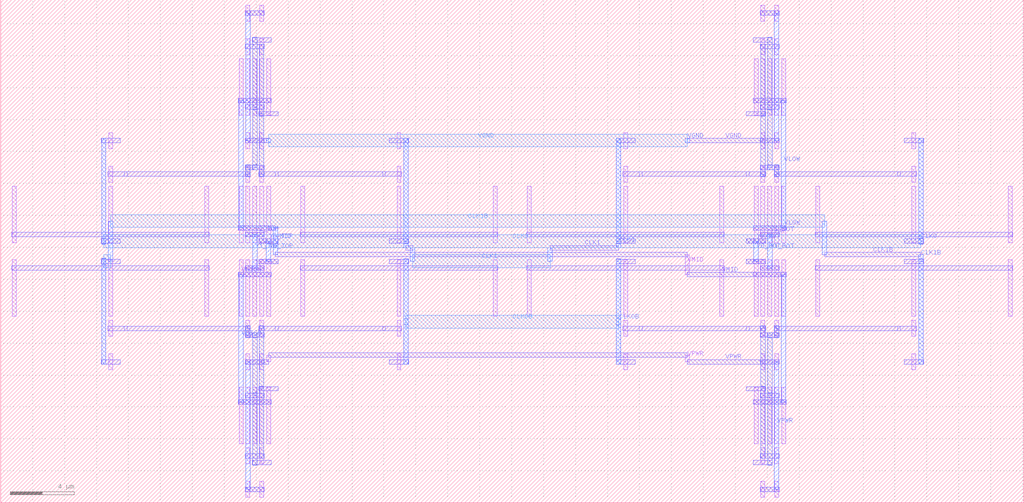
<source format=lef>
MACRO DCDC_CONV2TO1_1
  ORIGIN 0 0 ;
  FOREIGN DCDC_CONV2TO1_1 0 0 ;
  SIZE 64.07 BY 31.5 ;
  PIN CLK0
    DIRECTION INOUT ;
    USE SIGNAL ;
    PORT 
      LAYER M3 ;
        RECT 6.31 16.22 6.59 22.84 ;
      LAYER M3 ;
        RECT 57.48 16.22 57.76 22.84 ;
      LAYER M3 ;
        RECT 6.31 16.195 6.59 16.565 ;
      LAYER M4 ;
        RECT 6.45 15.98 57.62 16.78 ;
      LAYER M3 ;
        RECT 57.48 16.195 57.76 16.565 ;
    END
  END CLK0
  PIN CLK0B
    DIRECTION INOUT ;
    USE SIGNAL ;
    PORT 
      LAYER M3 ;
        RECT 25.23 8.66 25.51 15.28 ;
      LAYER M3 ;
        RECT 38.56 8.66 38.84 15.28 ;
      LAYER M3 ;
        RECT 25.23 11.155 25.51 11.525 ;
      LAYER M4 ;
        RECT 25.37 10.94 38.7 11.74 ;
      LAYER M3 ;
        RECT 38.56 11.155 38.84 11.525 ;
    END
  END CLK0B
  PIN CLK1
    DIRECTION INOUT ;
    USE SIGNAL ;
    PORT 
      LAYER M3 ;
        RECT 25.23 16.22 25.51 22.84 ;
      LAYER M3 ;
        RECT 38.56 16.22 38.84 22.84 ;
      LAYER M3 ;
        RECT 25.23 15.96 25.51 16.38 ;
      LAYER M2 ;
        RECT 25.37 15.82 25.8 16.1 ;
      LAYER M3 ;
        RECT 25.66 15.12 25.94 15.96 ;
      LAYER M4 ;
        RECT 25.8 14.72 34.4 15.52 ;
      LAYER M3 ;
        RECT 34.26 15.12 34.54 15.96 ;
      LAYER M2 ;
        RECT 34.4 15.82 38.7 16.1 ;
      LAYER M3 ;
        RECT 38.56 15.96 38.84 16.38 ;
    END
  END CLK1
  PIN CLK1B
    DIRECTION INOUT ;
    USE SIGNAL ;
    PORT 
      LAYER M3 ;
        RECT 6.31 8.66 6.59 15.28 ;
      LAYER M3 ;
        RECT 57.48 8.66 57.76 15.28 ;
      LAYER M3 ;
        RECT 6.31 14.935 6.59 15.305 ;
      LAYER M4 ;
        RECT 6.45 14.72 6.88 15.52 ;
      LAYER M3 ;
        RECT 6.74 15.12 7.02 17.64 ;
      LAYER M4 ;
        RECT 6.88 17.24 51.6 18.04 ;
      LAYER M3 ;
        RECT 51.46 15.54 51.74 17.64 ;
      LAYER M2 ;
        RECT 51.6 15.4 57.62 15.68 ;
      LAYER M3 ;
        RECT 57.48 15.12 57.76 15.54 ;
    END
  END CLK1B
  PIN VGND
    DIRECTION INOUT ;
    USE SIGNAL ;
    PORT 
      LAYER M2 ;
        RECT 15.31 30.52 16.51 30.8 ;
      LAYER M2 ;
        RECT 15.31 22.54 16.51 22.82 ;
      LAYER M2 ;
        RECT 15.32 30.52 15.64 30.8 ;
      LAYER M3 ;
        RECT 15.34 22.68 15.62 30.66 ;
      LAYER M2 ;
        RECT 15.32 22.54 15.64 22.82 ;
      LAYER M2 ;
        RECT 47.56 30.52 48.76 30.8 ;
      LAYER M2 ;
        RECT 47.56 22.54 48.76 22.82 ;
      LAYER M2 ;
        RECT 48.43 30.52 48.75 30.8 ;
      LAYER M3 ;
        RECT 48.45 22.68 48.73 30.66 ;
      LAYER M2 ;
        RECT 48.43 22.54 48.75 22.82 ;
      LAYER M2 ;
        RECT 16.34 22.54 16.77 22.82 ;
      LAYER M3 ;
        RECT 16.63 22.559 16.91 22.801 ;
      LAYER M4 ;
        RECT 16.77 22.28 43 23.08 ;
      LAYER M3 ;
        RECT 42.86 22.559 43.14 22.801 ;
      LAYER M2 ;
        RECT 43 22.54 47.73 22.82 ;
    END
  END VGND
  PIN VHIGH
    DIRECTION INOUT ;
    USE SIGNAL ;
    PORT 
      LAYER M2 ;
        RECT 14.88 6.16 16.94 6.44 ;
      LAYER M2 ;
        RECT 14.88 14.14 16.94 14.42 ;
      LAYER M2 ;
        RECT 14.89 6.16 15.21 6.44 ;
      LAYER M3 ;
        RECT 14.91 6.3 15.19 14.28 ;
      LAYER M2 ;
        RECT 14.89 14.14 15.21 14.42 ;
    END
  END VHIGH
  PIN VMID
    DIRECTION INOUT ;
    USE SIGNAL ;
    PORT 
      LAYER M2 ;
        RECT 14.88 25.06 16.94 25.34 ;
      LAYER M2 ;
        RECT 14.88 17.08 16.94 17.36 ;
      LAYER M2 ;
        RECT 14.89 25.06 15.21 25.34 ;
      LAYER M3 ;
        RECT 14.91 17.22 15.19 25.2 ;
      LAYER M2 ;
        RECT 14.89 17.08 15.21 17.36 ;
      LAYER M2 ;
        RECT 47.13 6.16 49.19 6.44 ;
      LAYER M2 ;
        RECT 47.13 14.14 49.19 14.42 ;
      LAYER M2 ;
        RECT 48.86 6.16 49.18 6.44 ;
      LAYER M3 ;
        RECT 48.88 6.3 49.16 14.28 ;
      LAYER M2 ;
        RECT 48.86 14.14 49.18 14.42 ;
      LAYER M2 ;
        RECT 16.77 17.08 17.2 17.36 ;
      LAYER M3 ;
        RECT 17.06 15.54 17.34 17.22 ;
      LAYER M2 ;
        RECT 17.2 15.4 43 15.68 ;
      LAYER M1 ;
        RECT 42.875 14.28 43.125 15.54 ;
      LAYER M2 ;
        RECT 43 14.14 47.3 14.42 ;
    END
  END VMID
  PIN VPWR
    DIRECTION INOUT ;
    USE SIGNAL ;
    PORT 
      LAYER M2 ;
        RECT 15.31 0.7 16.51 0.98 ;
      LAYER M2 ;
        RECT 15.31 8.68 16.51 8.96 ;
      LAYER M2 ;
        RECT 15.32 0.7 15.64 0.98 ;
      LAYER M3 ;
        RECT 15.34 0.84 15.62 8.82 ;
      LAYER M2 ;
        RECT 15.32 8.68 15.64 8.96 ;
      LAYER M2 ;
        RECT 47.56 0.7 48.76 0.98 ;
      LAYER M2 ;
        RECT 47.56 8.68 48.76 8.96 ;
      LAYER M2 ;
        RECT 48.43 0.7 48.75 0.98 ;
      LAYER M3 ;
        RECT 48.45 0.84 48.73 8.82 ;
      LAYER M2 ;
        RECT 48.43 8.68 48.75 8.96 ;
      LAYER M2 ;
        RECT 16.34 8.68 16.77 8.96 ;
      LAYER M1 ;
        RECT 16.645 8.82 16.895 9.24 ;
      LAYER M2 ;
        RECT 16.77 9.1 43 9.38 ;
      LAYER M1 ;
        RECT 42.875 8.82 43.125 9.24 ;
      LAYER M2 ;
        RECT 43 8.68 47.73 8.96 ;
    END
  END VPWR
  PIN Y0_TOP
    DIRECTION INOUT ;
    USE SIGNAL ;
    PORT 
      LAYER M2 ;
        RECT 16.17 14.98 17.37 15.26 ;
      LAYER M2 ;
        RECT 16.17 16.24 17.37 16.52 ;
      LAYER M2 ;
        RECT 16.61 14.98 16.93 15.26 ;
      LAYER M3 ;
        RECT 16.63 15.12 16.91 16.38 ;
      LAYER M2 ;
        RECT 16.61 16.24 16.93 16.52 ;
    END
  END Y0_TOP
  PIN Y1_TOP
    DIRECTION INOUT ;
    USE SIGNAL ;
    PORT 
      LAYER M2 ;
        RECT 15.31 14.56 16.51 14.84 ;
      LAYER M2 ;
        RECT 15.31 16.66 16.51 16.94 ;
      LAYER M2 ;
        RECT 15.75 14.56 16.07 14.84 ;
      LAYER M3 ;
        RECT 15.77 14.7 16.05 16.8 ;
      LAYER M2 ;
        RECT 15.75 16.66 16.07 16.94 ;
    END
  END Y1_TOP
  PIN VLOW
    DIRECTION INOUT ;
    USE SIGNAL ;
    PORT 
      LAYER M2 ;
        RECT 47.13 25.06 49.19 25.34 ;
      LAYER M2 ;
        RECT 47.13 17.08 49.19 17.36 ;
      LAYER M2 ;
        RECT 48.86 25.06 49.18 25.34 ;
      LAYER M3 ;
        RECT 48.88 17.22 49.16 25.2 ;
      LAYER M2 ;
        RECT 48.86 17.08 49.18 17.36 ;
    END
  END VLOW
  PIN Y0_BOT
    DIRECTION INOUT ;
    USE SIGNAL ;
    PORT 
      LAYER M2 ;
        RECT 46.7 14.98 47.9 15.26 ;
      LAYER M2 ;
        RECT 46.7 16.24 47.9 16.52 ;
      LAYER M2 ;
        RECT 47.14 14.98 47.46 15.26 ;
      LAYER M3 ;
        RECT 47.16 15.12 47.44 16.38 ;
      LAYER M2 ;
        RECT 47.14 16.24 47.46 16.52 ;
    END
  END Y0_BOT
  PIN Y1_BOT
    DIRECTION INOUT ;
    USE SIGNAL ;
    PORT 
      LAYER M2 ;
        RECT 47.56 14.56 48.76 14.84 ;
      LAYER M2 ;
        RECT 47.56 16.66 48.76 16.94 ;
      LAYER M2 ;
        RECT 48 14.56 48.32 14.84 ;
      LAYER M3 ;
        RECT 48.02 14.7 48.3 16.8 ;
      LAYER M2 ;
        RECT 48 16.66 48.32 16.94 ;
    END
  END Y1_BOT
  OBS 
  LAYER M3 ;
        RECT 16.2 2.78 16.48 7.3 ;
  LAYER M2 ;
        RECT 16.17 10.78 17.37 11.06 ;
  LAYER M2 ;
        RECT 23.91 10.78 25.11 11.06 ;
  LAYER M3 ;
        RECT 16.2 7.14 16.48 10.92 ;
  LAYER M2 ;
        RECT 16.18 10.78 16.5 11.06 ;
  LAYER M2 ;
        RECT 17.2 10.78 24.08 11.06 ;
  LAYER M2 ;
        RECT 16.18 10.78 16.5 11.06 ;
  LAYER M3 ;
        RECT 16.2 10.76 16.48 11.08 ;
  LAYER M2 ;
        RECT 16.18 10.78 16.5 11.06 ;
  LAYER M3 ;
        RECT 16.2 10.76 16.48 11.08 ;
  LAYER M2 ;
        RECT 16.18 10.78 16.5 11.06 ;
  LAYER M3 ;
        RECT 16.2 10.76 16.48 11.08 ;
  LAYER M2 ;
        RECT 16.18 10.78 16.5 11.06 ;
  LAYER M3 ;
        RECT 16.2 10.76 16.48 11.08 ;
  LAYER M3 ;
        RECT 15.77 2.36 16.05 6.88 ;
  LAYER M2 ;
        RECT 15.31 10.36 16.51 10.64 ;
  LAYER M2 ;
        RECT 6.71 10.78 7.91 11.06 ;
  LAYER M3 ;
        RECT 15.77 6.72 16.05 10.5 ;
  LAYER M2 ;
        RECT 15.75 10.36 16.07 10.64 ;
  LAYER M2 ;
        RECT 15.32 10.36 15.64 10.64 ;
  LAYER M3 ;
        RECT 15.34 10.5 15.62 10.92 ;
  LAYER M2 ;
        RECT 7.74 10.78 15.48 11.06 ;
  LAYER M2 ;
        RECT 15.75 10.36 16.07 10.64 ;
  LAYER M3 ;
        RECT 15.77 10.34 16.05 10.66 ;
  LAYER M2 ;
        RECT 15.75 10.36 16.07 10.64 ;
  LAYER M3 ;
        RECT 15.77 10.34 16.05 10.66 ;
  LAYER M2 ;
        RECT 15.32 10.36 15.64 10.64 ;
  LAYER M3 ;
        RECT 15.34 10.34 15.62 10.66 ;
  LAYER M2 ;
        RECT 15.32 10.78 15.64 11.06 ;
  LAYER M3 ;
        RECT 15.34 10.76 15.62 11.08 ;
  LAYER M2 ;
        RECT 15.75 10.36 16.07 10.64 ;
  LAYER M3 ;
        RECT 15.77 10.34 16.05 10.66 ;
  LAYER M2 ;
        RECT 15.32 10.36 15.64 10.64 ;
  LAYER M3 ;
        RECT 15.34 10.34 15.62 10.66 ;
  LAYER M2 ;
        RECT 15.32 10.78 15.64 11.06 ;
  LAYER M3 ;
        RECT 15.34 10.76 15.62 11.08 ;
  LAYER M2 ;
        RECT 15.75 10.36 16.07 10.64 ;
  LAYER M3 ;
        RECT 15.77 10.34 16.05 10.66 ;
  LAYER M1 ;
        RECT 16.215 3.695 16.465 7.225 ;
  LAYER M1 ;
        RECT 16.215 2.435 16.465 3.445 ;
  LAYER M1 ;
        RECT 16.215 0.335 16.465 1.345 ;
  LAYER M1 ;
        RECT 16.645 3.695 16.895 7.225 ;
  LAYER M1 ;
        RECT 15.785 3.695 16.035 7.225 ;
  LAYER M1 ;
        RECT 15.355 3.695 15.605 7.225 ;
  LAYER M1 ;
        RECT 15.355 2.435 15.605 3.445 ;
  LAYER M1 ;
        RECT 15.355 0.335 15.605 1.345 ;
  LAYER M1 ;
        RECT 14.925 3.695 15.175 7.225 ;
  LAYER M2 ;
        RECT 16.17 7 17.37 7.28 ;
  LAYER M2 ;
        RECT 15.31 2.8 16.51 3.08 ;
  LAYER M2 ;
        RECT 15.31 6.58 16.51 6.86 ;
  LAYER M2 ;
        RECT 15.74 2.38 16.94 2.66 ;
  LAYER M2 ;
        RECT 15.31 0.7 16.51 0.98 ;
  LAYER M3 ;
        RECT 16.2 2.78 16.48 7.3 ;
  LAYER M3 ;
        RECT 15.77 2.36 16.05 6.88 ;
  LAYER M2 ;
        RECT 14.88 6.16 16.94 6.44 ;
  LAYER M1 ;
        RECT 16.215 11.675 16.465 15.205 ;
  LAYER M1 ;
        RECT 16.215 10.415 16.465 11.425 ;
  LAYER M1 ;
        RECT 16.215 8.315 16.465 9.325 ;
  LAYER M1 ;
        RECT 16.645 11.675 16.895 15.205 ;
  LAYER M1 ;
        RECT 15.785 11.675 16.035 15.205 ;
  LAYER M1 ;
        RECT 15.355 11.675 15.605 15.205 ;
  LAYER M1 ;
        RECT 15.355 10.415 15.605 11.425 ;
  LAYER M1 ;
        RECT 15.355 8.315 15.605 9.325 ;
  LAYER M1 ;
        RECT 14.925 11.675 15.175 15.205 ;
  LAYER M2 ;
        RECT 15.31 8.68 16.51 8.96 ;
  LAYER M2 ;
        RECT 16.17 14.98 17.37 15.26 ;
  LAYER M2 ;
        RECT 15.31 14.56 16.51 14.84 ;
  LAYER M2 ;
        RECT 16.17 10.78 17.37 11.06 ;
  LAYER M2 ;
        RECT 15.31 10.36 16.51 10.64 ;
  LAYER M2 ;
        RECT 14.88 14.14 16.94 14.42 ;
  LAYER M1 ;
        RECT 24.815 11.675 25.065 15.205 ;
  LAYER M1 ;
        RECT 24.815 10.415 25.065 11.425 ;
  LAYER M1 ;
        RECT 24.815 8.315 25.065 9.325 ;
  LAYER M1 ;
        RECT 18.795 11.675 19.045 15.205 ;
  LAYER M1 ;
        RECT 30.835 11.675 31.085 15.205 ;
  LAYER M2 ;
        RECT 24.34 14.98 25.54 15.26 ;
  LAYER M2 ;
        RECT 18.75 14.56 31.13 14.84 ;
  LAYER M2 ;
        RECT 24.34 8.68 25.54 8.96 ;
  LAYER M2 ;
        RECT 23.91 10.78 25.11 11.06 ;
  LAYER M3 ;
        RECT 25.23 8.66 25.51 15.28 ;
  LAYER M1 ;
        RECT 6.755 11.675 7.005 15.205 ;
  LAYER M1 ;
        RECT 6.755 10.415 7.005 11.425 ;
  LAYER M1 ;
        RECT 6.755 8.315 7.005 9.325 ;
  LAYER M1 ;
        RECT 12.775 11.675 13.025 15.205 ;
  LAYER M1 ;
        RECT 0.735 11.675 0.985 15.205 ;
  LAYER M2 ;
        RECT 6.28 14.98 7.48 15.26 ;
  LAYER M2 ;
        RECT 0.69 14.56 13.07 14.84 ;
  LAYER M2 ;
        RECT 6.28 8.68 7.48 8.96 ;
  LAYER M2 ;
        RECT 6.71 10.78 7.91 11.06 ;
  LAYER M3 ;
        RECT 6.31 8.66 6.59 15.28 ;
  LAYER M3 ;
        RECT 16.2 24.2 16.48 28.72 ;
  LAYER M2 ;
        RECT 16.17 20.44 17.37 20.72 ;
  LAYER M2 ;
        RECT 23.91 20.44 25.11 20.72 ;
  LAYER M3 ;
        RECT 16.2 20.58 16.48 24.36 ;
  LAYER M2 ;
        RECT 16.18 20.44 16.5 20.72 ;
  LAYER M2 ;
        RECT 17.2 20.44 24.08 20.72 ;
  LAYER M2 ;
        RECT 16.18 20.44 16.5 20.72 ;
  LAYER M3 ;
        RECT 16.2 20.42 16.48 20.74 ;
  LAYER M2 ;
        RECT 16.18 20.44 16.5 20.72 ;
  LAYER M3 ;
        RECT 16.2 20.42 16.48 20.74 ;
  LAYER M2 ;
        RECT 16.18 20.44 16.5 20.72 ;
  LAYER M3 ;
        RECT 16.2 20.42 16.48 20.74 ;
  LAYER M2 ;
        RECT 16.18 20.44 16.5 20.72 ;
  LAYER M3 ;
        RECT 16.2 20.42 16.48 20.74 ;
  LAYER M3 ;
        RECT 15.77 24.62 16.05 29.14 ;
  LAYER M2 ;
        RECT 15.31 20.86 16.51 21.14 ;
  LAYER M2 ;
        RECT 6.71 20.44 7.91 20.72 ;
  LAYER M3 ;
        RECT 15.77 21 16.05 24.78 ;
  LAYER M2 ;
        RECT 15.75 20.86 16.07 21.14 ;
  LAYER M2 ;
        RECT 15.32 20.86 15.64 21.14 ;
  LAYER M3 ;
        RECT 15.34 20.58 15.62 21 ;
  LAYER M2 ;
        RECT 7.74 20.44 15.48 20.72 ;
  LAYER M2 ;
        RECT 15.75 20.86 16.07 21.14 ;
  LAYER M3 ;
        RECT 15.77 20.84 16.05 21.16 ;
  LAYER M2 ;
        RECT 15.75 20.86 16.07 21.14 ;
  LAYER M3 ;
        RECT 15.77 20.84 16.05 21.16 ;
  LAYER M2 ;
        RECT 15.32 20.86 15.64 21.14 ;
  LAYER M3 ;
        RECT 15.34 20.84 15.62 21.16 ;
  LAYER M2 ;
        RECT 15.32 20.44 15.64 20.72 ;
  LAYER M3 ;
        RECT 15.34 20.42 15.62 20.74 ;
  LAYER M2 ;
        RECT 15.75 20.86 16.07 21.14 ;
  LAYER M3 ;
        RECT 15.77 20.84 16.05 21.16 ;
  LAYER M2 ;
        RECT 15.32 20.86 15.64 21.14 ;
  LAYER M3 ;
        RECT 15.34 20.84 15.62 21.16 ;
  LAYER M2 ;
        RECT 15.32 20.44 15.64 20.72 ;
  LAYER M3 ;
        RECT 15.34 20.42 15.62 20.74 ;
  LAYER M2 ;
        RECT 15.75 20.86 16.07 21.14 ;
  LAYER M3 ;
        RECT 15.77 20.84 16.05 21.16 ;
  LAYER M1 ;
        RECT 16.215 24.275 16.465 27.805 ;
  LAYER M1 ;
        RECT 16.215 28.055 16.465 29.065 ;
  LAYER M1 ;
        RECT 16.215 30.155 16.465 31.165 ;
  LAYER M1 ;
        RECT 16.645 24.275 16.895 27.805 ;
  LAYER M1 ;
        RECT 15.785 24.275 16.035 27.805 ;
  LAYER M1 ;
        RECT 15.355 24.275 15.605 27.805 ;
  LAYER M1 ;
        RECT 15.355 28.055 15.605 29.065 ;
  LAYER M1 ;
        RECT 15.355 30.155 15.605 31.165 ;
  LAYER M1 ;
        RECT 14.925 24.275 15.175 27.805 ;
  LAYER M2 ;
        RECT 16.17 24.22 17.37 24.5 ;
  LAYER M2 ;
        RECT 15.31 28.42 16.51 28.7 ;
  LAYER M2 ;
        RECT 15.31 24.64 16.51 24.92 ;
  LAYER M2 ;
        RECT 15.74 28.84 16.94 29.12 ;
  LAYER M2 ;
        RECT 15.31 30.52 16.51 30.8 ;
  LAYER M3 ;
        RECT 16.2 24.2 16.48 28.72 ;
  LAYER M3 ;
        RECT 15.77 24.62 16.05 29.14 ;
  LAYER M2 ;
        RECT 14.88 25.06 16.94 25.34 ;
  LAYER M1 ;
        RECT 16.215 16.295 16.465 19.825 ;
  LAYER M1 ;
        RECT 16.215 20.075 16.465 21.085 ;
  LAYER M1 ;
        RECT 16.215 22.175 16.465 23.185 ;
  LAYER M1 ;
        RECT 16.645 16.295 16.895 19.825 ;
  LAYER M1 ;
        RECT 15.785 16.295 16.035 19.825 ;
  LAYER M1 ;
        RECT 15.355 16.295 15.605 19.825 ;
  LAYER M1 ;
        RECT 15.355 20.075 15.605 21.085 ;
  LAYER M1 ;
        RECT 15.355 22.175 15.605 23.185 ;
  LAYER M1 ;
        RECT 14.925 16.295 15.175 19.825 ;
  LAYER M2 ;
        RECT 15.31 22.54 16.51 22.82 ;
  LAYER M2 ;
        RECT 16.17 16.24 17.37 16.52 ;
  LAYER M2 ;
        RECT 15.31 16.66 16.51 16.94 ;
  LAYER M2 ;
        RECT 16.17 20.44 17.37 20.72 ;
  LAYER M2 ;
        RECT 15.31 20.86 16.51 21.14 ;
  LAYER M2 ;
        RECT 14.88 17.08 16.94 17.36 ;
  LAYER M1 ;
        RECT 24.815 16.295 25.065 19.825 ;
  LAYER M1 ;
        RECT 24.815 20.075 25.065 21.085 ;
  LAYER M1 ;
        RECT 24.815 22.175 25.065 23.185 ;
  LAYER M1 ;
        RECT 18.795 16.295 19.045 19.825 ;
  LAYER M1 ;
        RECT 30.835 16.295 31.085 19.825 ;
  LAYER M2 ;
        RECT 24.34 16.24 25.54 16.52 ;
  LAYER M2 ;
        RECT 18.75 16.66 31.13 16.94 ;
  LAYER M2 ;
        RECT 24.34 22.54 25.54 22.82 ;
  LAYER M2 ;
        RECT 23.91 20.44 25.11 20.72 ;
  LAYER M3 ;
        RECT 25.23 16.22 25.51 22.84 ;
  LAYER M1 ;
        RECT 6.755 16.295 7.005 19.825 ;
  LAYER M1 ;
        RECT 6.755 20.075 7.005 21.085 ;
  LAYER M1 ;
        RECT 6.755 22.175 7.005 23.185 ;
  LAYER M1 ;
        RECT 12.775 16.295 13.025 19.825 ;
  LAYER M1 ;
        RECT 0.735 16.295 0.985 19.825 ;
  LAYER M2 ;
        RECT 6.28 16.24 7.48 16.52 ;
  LAYER M2 ;
        RECT 0.69 16.66 13.07 16.94 ;
  LAYER M2 ;
        RECT 6.28 22.54 7.48 22.82 ;
  LAYER M2 ;
        RECT 6.71 20.44 7.91 20.72 ;
  LAYER M3 ;
        RECT 6.31 16.22 6.59 22.84 ;
  LAYER M3 ;
        RECT 47.59 2.78 47.87 7.3 ;
  LAYER M2 ;
        RECT 46.7 10.78 47.9 11.06 ;
  LAYER M2 ;
        RECT 38.96 10.78 40.16 11.06 ;
  LAYER M3 ;
        RECT 47.59 7.14 47.87 10.92 ;
  LAYER M2 ;
        RECT 47.57 10.78 47.89 11.06 ;
  LAYER M2 ;
        RECT 39.99 10.78 46.87 11.06 ;
  LAYER M2 ;
        RECT 47.57 10.78 47.89 11.06 ;
  LAYER M3 ;
        RECT 47.59 10.76 47.87 11.08 ;
  LAYER M2 ;
        RECT 47.57 10.78 47.89 11.06 ;
  LAYER M3 ;
        RECT 47.59 10.76 47.87 11.08 ;
  LAYER M2 ;
        RECT 47.57 10.78 47.89 11.06 ;
  LAYER M3 ;
        RECT 47.59 10.76 47.87 11.08 ;
  LAYER M2 ;
        RECT 47.57 10.78 47.89 11.06 ;
  LAYER M3 ;
        RECT 47.59 10.76 47.87 11.08 ;
  LAYER M3 ;
        RECT 48.02 2.36 48.3 6.88 ;
  LAYER M2 ;
        RECT 47.56 10.36 48.76 10.64 ;
  LAYER M2 ;
        RECT 56.16 10.78 57.36 11.06 ;
  LAYER M3 ;
        RECT 48.02 6.72 48.3 10.5 ;
  LAYER M2 ;
        RECT 48 10.36 48.32 10.64 ;
  LAYER M2 ;
        RECT 48.43 10.36 48.75 10.64 ;
  LAYER M3 ;
        RECT 48.45 10.5 48.73 10.92 ;
  LAYER M2 ;
        RECT 48.59 10.78 56.33 11.06 ;
  LAYER M2 ;
        RECT 48 10.36 48.32 10.64 ;
  LAYER M3 ;
        RECT 48.02 10.34 48.3 10.66 ;
  LAYER M2 ;
        RECT 48 10.36 48.32 10.64 ;
  LAYER M3 ;
        RECT 48.02 10.34 48.3 10.66 ;
  LAYER M2 ;
        RECT 48.43 10.36 48.75 10.64 ;
  LAYER M3 ;
        RECT 48.45 10.34 48.73 10.66 ;
  LAYER M2 ;
        RECT 48.43 10.78 48.75 11.06 ;
  LAYER M3 ;
        RECT 48.45 10.76 48.73 11.08 ;
  LAYER M2 ;
        RECT 48 10.36 48.32 10.64 ;
  LAYER M3 ;
        RECT 48.02 10.34 48.3 10.66 ;
  LAYER M2 ;
        RECT 48.43 10.36 48.75 10.64 ;
  LAYER M3 ;
        RECT 48.45 10.34 48.73 10.66 ;
  LAYER M2 ;
        RECT 48.43 10.78 48.75 11.06 ;
  LAYER M3 ;
        RECT 48.45 10.76 48.73 11.08 ;
  LAYER M2 ;
        RECT 48 10.36 48.32 10.64 ;
  LAYER M3 ;
        RECT 48.02 10.34 48.3 10.66 ;
  LAYER M1 ;
        RECT 47.605 3.695 47.855 7.225 ;
  LAYER M1 ;
        RECT 47.605 2.435 47.855 3.445 ;
  LAYER M1 ;
        RECT 47.605 0.335 47.855 1.345 ;
  LAYER M1 ;
        RECT 47.175 3.695 47.425 7.225 ;
  LAYER M1 ;
        RECT 48.035 3.695 48.285 7.225 ;
  LAYER M1 ;
        RECT 48.465 3.695 48.715 7.225 ;
  LAYER M1 ;
        RECT 48.465 2.435 48.715 3.445 ;
  LAYER M1 ;
        RECT 48.465 0.335 48.715 1.345 ;
  LAYER M1 ;
        RECT 48.895 3.695 49.145 7.225 ;
  LAYER M2 ;
        RECT 46.7 7 47.9 7.28 ;
  LAYER M2 ;
        RECT 47.56 2.8 48.76 3.08 ;
  LAYER M2 ;
        RECT 47.56 6.58 48.76 6.86 ;
  LAYER M2 ;
        RECT 47.13 2.38 48.33 2.66 ;
  LAYER M2 ;
        RECT 47.56 0.7 48.76 0.98 ;
  LAYER M3 ;
        RECT 47.59 2.78 47.87 7.3 ;
  LAYER M3 ;
        RECT 48.02 2.36 48.3 6.88 ;
  LAYER M2 ;
        RECT 47.13 6.16 49.19 6.44 ;
  LAYER M1 ;
        RECT 47.605 11.675 47.855 15.205 ;
  LAYER M1 ;
        RECT 47.605 10.415 47.855 11.425 ;
  LAYER M1 ;
        RECT 47.605 8.315 47.855 9.325 ;
  LAYER M1 ;
        RECT 47.175 11.675 47.425 15.205 ;
  LAYER M1 ;
        RECT 48.035 11.675 48.285 15.205 ;
  LAYER M1 ;
        RECT 48.465 11.675 48.715 15.205 ;
  LAYER M1 ;
        RECT 48.465 10.415 48.715 11.425 ;
  LAYER M1 ;
        RECT 48.465 8.315 48.715 9.325 ;
  LAYER M1 ;
        RECT 48.895 11.675 49.145 15.205 ;
  LAYER M2 ;
        RECT 47.56 8.68 48.76 8.96 ;
  LAYER M2 ;
        RECT 46.7 14.98 47.9 15.26 ;
  LAYER M2 ;
        RECT 47.56 14.56 48.76 14.84 ;
  LAYER M2 ;
        RECT 46.7 10.78 47.9 11.06 ;
  LAYER M2 ;
        RECT 47.56 10.36 48.76 10.64 ;
  LAYER M2 ;
        RECT 47.13 14.14 49.19 14.42 ;
  LAYER M1 ;
        RECT 39.005 11.675 39.255 15.205 ;
  LAYER M1 ;
        RECT 39.005 10.415 39.255 11.425 ;
  LAYER M1 ;
        RECT 39.005 8.315 39.255 9.325 ;
  LAYER M1 ;
        RECT 45.025 11.675 45.275 15.205 ;
  LAYER M1 ;
        RECT 32.985 11.675 33.235 15.205 ;
  LAYER M2 ;
        RECT 38.53 14.98 39.73 15.26 ;
  LAYER M2 ;
        RECT 32.94 14.56 45.32 14.84 ;
  LAYER M2 ;
        RECT 38.53 8.68 39.73 8.96 ;
  LAYER M2 ;
        RECT 38.96 10.78 40.16 11.06 ;
  LAYER M3 ;
        RECT 38.56 8.66 38.84 15.28 ;
  LAYER M1 ;
        RECT 57.065 11.675 57.315 15.205 ;
  LAYER M1 ;
        RECT 57.065 10.415 57.315 11.425 ;
  LAYER M1 ;
        RECT 57.065 8.315 57.315 9.325 ;
  LAYER M1 ;
        RECT 51.045 11.675 51.295 15.205 ;
  LAYER M1 ;
        RECT 63.085 11.675 63.335 15.205 ;
  LAYER M2 ;
        RECT 56.59 14.98 57.79 15.26 ;
  LAYER M2 ;
        RECT 51 14.56 63.38 14.84 ;
  LAYER M2 ;
        RECT 56.59 8.68 57.79 8.96 ;
  LAYER M2 ;
        RECT 56.16 10.78 57.36 11.06 ;
  LAYER M3 ;
        RECT 57.48 8.66 57.76 15.28 ;
  LAYER M3 ;
        RECT 47.59 24.2 47.87 28.72 ;
  LAYER M2 ;
        RECT 46.7 20.44 47.9 20.72 ;
  LAYER M2 ;
        RECT 38.96 20.44 40.16 20.72 ;
  LAYER M3 ;
        RECT 47.59 20.58 47.87 24.36 ;
  LAYER M2 ;
        RECT 47.57 20.44 47.89 20.72 ;
  LAYER M2 ;
        RECT 39.99 20.44 46.87 20.72 ;
  LAYER M2 ;
        RECT 47.57 20.44 47.89 20.72 ;
  LAYER M3 ;
        RECT 47.59 20.42 47.87 20.74 ;
  LAYER M2 ;
        RECT 47.57 20.44 47.89 20.72 ;
  LAYER M3 ;
        RECT 47.59 20.42 47.87 20.74 ;
  LAYER M2 ;
        RECT 47.57 20.44 47.89 20.72 ;
  LAYER M3 ;
        RECT 47.59 20.42 47.87 20.74 ;
  LAYER M2 ;
        RECT 47.57 20.44 47.89 20.72 ;
  LAYER M3 ;
        RECT 47.59 20.42 47.87 20.74 ;
  LAYER M3 ;
        RECT 48.02 24.62 48.3 29.14 ;
  LAYER M2 ;
        RECT 47.56 20.86 48.76 21.14 ;
  LAYER M2 ;
        RECT 56.16 20.44 57.36 20.72 ;
  LAYER M3 ;
        RECT 48.02 21 48.3 24.78 ;
  LAYER M2 ;
        RECT 48 20.86 48.32 21.14 ;
  LAYER M2 ;
        RECT 48.43 20.86 48.75 21.14 ;
  LAYER M3 ;
        RECT 48.45 20.58 48.73 21 ;
  LAYER M2 ;
        RECT 48.59 20.44 56.33 20.72 ;
  LAYER M2 ;
        RECT 48 20.86 48.32 21.14 ;
  LAYER M3 ;
        RECT 48.02 20.84 48.3 21.16 ;
  LAYER M2 ;
        RECT 48 20.86 48.32 21.14 ;
  LAYER M3 ;
        RECT 48.02 20.84 48.3 21.16 ;
  LAYER M2 ;
        RECT 48.43 20.86 48.75 21.14 ;
  LAYER M3 ;
        RECT 48.45 20.84 48.73 21.16 ;
  LAYER M2 ;
        RECT 48.43 20.44 48.75 20.72 ;
  LAYER M3 ;
        RECT 48.45 20.42 48.73 20.74 ;
  LAYER M2 ;
        RECT 48 20.86 48.32 21.14 ;
  LAYER M3 ;
        RECT 48.02 20.84 48.3 21.16 ;
  LAYER M2 ;
        RECT 48.43 20.86 48.75 21.14 ;
  LAYER M3 ;
        RECT 48.45 20.84 48.73 21.16 ;
  LAYER M2 ;
        RECT 48.43 20.44 48.75 20.72 ;
  LAYER M3 ;
        RECT 48.45 20.42 48.73 20.74 ;
  LAYER M2 ;
        RECT 48 20.86 48.32 21.14 ;
  LAYER M3 ;
        RECT 48.02 20.84 48.3 21.16 ;
  LAYER M1 ;
        RECT 47.605 24.275 47.855 27.805 ;
  LAYER M1 ;
        RECT 47.605 28.055 47.855 29.065 ;
  LAYER M1 ;
        RECT 47.605 30.155 47.855 31.165 ;
  LAYER M1 ;
        RECT 47.175 24.275 47.425 27.805 ;
  LAYER M1 ;
        RECT 48.035 24.275 48.285 27.805 ;
  LAYER M1 ;
        RECT 48.465 24.275 48.715 27.805 ;
  LAYER M1 ;
        RECT 48.465 28.055 48.715 29.065 ;
  LAYER M1 ;
        RECT 48.465 30.155 48.715 31.165 ;
  LAYER M1 ;
        RECT 48.895 24.275 49.145 27.805 ;
  LAYER M2 ;
        RECT 46.7 24.22 47.9 24.5 ;
  LAYER M2 ;
        RECT 47.56 28.42 48.76 28.7 ;
  LAYER M2 ;
        RECT 47.56 24.64 48.76 24.92 ;
  LAYER M2 ;
        RECT 47.13 28.84 48.33 29.12 ;
  LAYER M2 ;
        RECT 47.56 30.52 48.76 30.8 ;
  LAYER M3 ;
        RECT 47.59 24.2 47.87 28.72 ;
  LAYER M3 ;
        RECT 48.02 24.62 48.3 29.14 ;
  LAYER M2 ;
        RECT 47.13 25.06 49.19 25.34 ;
  LAYER M1 ;
        RECT 47.605 16.295 47.855 19.825 ;
  LAYER M1 ;
        RECT 47.605 20.075 47.855 21.085 ;
  LAYER M1 ;
        RECT 47.605 22.175 47.855 23.185 ;
  LAYER M1 ;
        RECT 47.175 16.295 47.425 19.825 ;
  LAYER M1 ;
        RECT 48.035 16.295 48.285 19.825 ;
  LAYER M1 ;
        RECT 48.465 16.295 48.715 19.825 ;
  LAYER M1 ;
        RECT 48.465 20.075 48.715 21.085 ;
  LAYER M1 ;
        RECT 48.465 22.175 48.715 23.185 ;
  LAYER M1 ;
        RECT 48.895 16.295 49.145 19.825 ;
  LAYER M2 ;
        RECT 47.56 22.54 48.76 22.82 ;
  LAYER M2 ;
        RECT 46.7 16.24 47.9 16.52 ;
  LAYER M2 ;
        RECT 47.56 16.66 48.76 16.94 ;
  LAYER M2 ;
        RECT 46.7 20.44 47.9 20.72 ;
  LAYER M2 ;
        RECT 47.56 20.86 48.76 21.14 ;
  LAYER M2 ;
        RECT 47.13 17.08 49.19 17.36 ;
  LAYER M1 ;
        RECT 39.005 16.295 39.255 19.825 ;
  LAYER M1 ;
        RECT 39.005 20.075 39.255 21.085 ;
  LAYER M1 ;
        RECT 39.005 22.175 39.255 23.185 ;
  LAYER M1 ;
        RECT 45.025 16.295 45.275 19.825 ;
  LAYER M1 ;
        RECT 32.985 16.295 33.235 19.825 ;
  LAYER M2 ;
        RECT 38.53 16.24 39.73 16.52 ;
  LAYER M2 ;
        RECT 32.94 16.66 45.32 16.94 ;
  LAYER M2 ;
        RECT 38.53 22.54 39.73 22.82 ;
  LAYER M2 ;
        RECT 38.96 20.44 40.16 20.72 ;
  LAYER M3 ;
        RECT 38.56 16.22 38.84 22.84 ;
  LAYER M1 ;
        RECT 57.065 16.295 57.315 19.825 ;
  LAYER M1 ;
        RECT 57.065 20.075 57.315 21.085 ;
  LAYER M1 ;
        RECT 57.065 22.175 57.315 23.185 ;
  LAYER M1 ;
        RECT 51.045 16.295 51.295 19.825 ;
  LAYER M1 ;
        RECT 63.085 16.295 63.335 19.825 ;
  LAYER M2 ;
        RECT 56.59 16.24 57.79 16.52 ;
  LAYER M2 ;
        RECT 51 16.66 63.38 16.94 ;
  LAYER M2 ;
        RECT 56.59 22.54 57.79 22.82 ;
  LAYER M2 ;
        RECT 56.16 20.44 57.36 20.72 ;
  LAYER M3 ;
        RECT 57.48 16.22 57.76 22.84 ;
  END 
END DCDC_CONV2TO1_1

</source>
